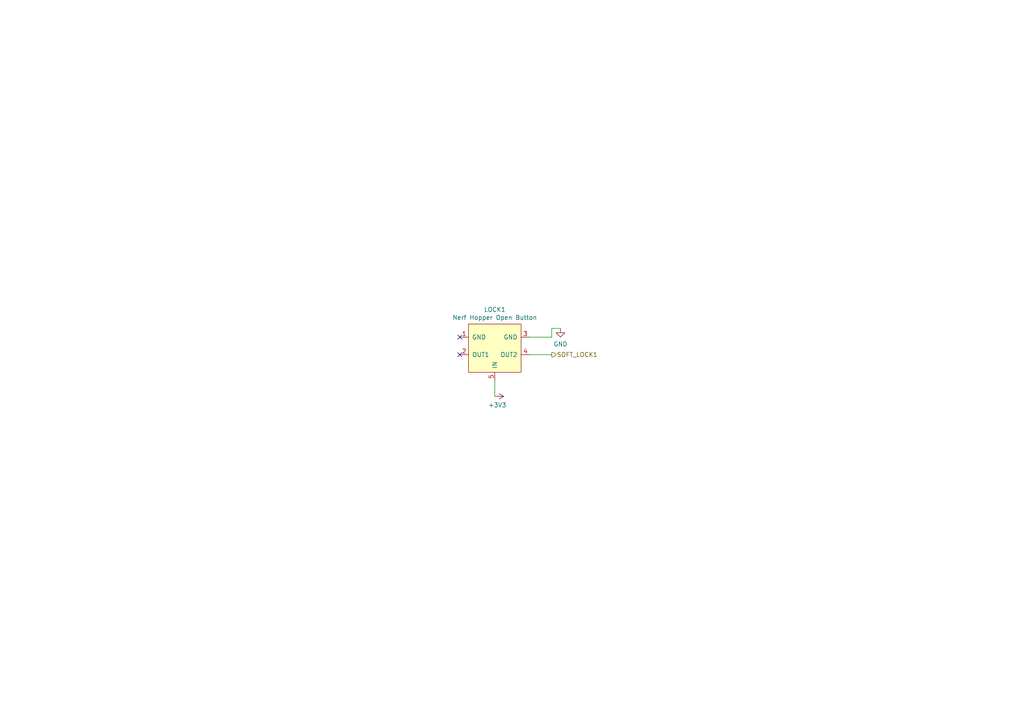
<source format=kicad_sch>
(kicad_sch (version 20211123) (generator eeschema)
  (paper "A4")
  (title_block (title "Nemesis Mod") (date "2021-12-08") (rev "v2.0") (company "https://github.com/jeff-winn/nemesis-mod") (comment 1 "For more information please visit the project website:"))
  (lib_symbols
    (symbol "Nemesis-Mod:Nerf_Hopper_Lock" (pin_names (offset 1.016))
      (property "Reference" "U" (at 0 7.62 0))
      (property "Value" "Nerf_Hopper_Lock" (at 0 10.16 0))
      (symbol "Nerf_Hopper_Lock_0_1"
        (rectangle (start -7.62 6.35) (end 7.62 -7.62) (fill (type background)))
      )
      (symbol "Nerf_Hopper_Lock_1_1"
        (pin power_in line (at -10.16 2.54 0) (length 2.54) (name "GND") (number "1"))
        (pin output line (at -10.16 -2.54 0) (length 2.54) (name "OUT1") (number "2"))
        (pin power_in line (at 10.16 2.54 180) (length 2.54) (name "GND") (number "3"))
        (pin output line (at 10.16 -2.54 180) (length 2.54) (name "OUT2") (number "4"))
        (pin power_in line (at 0 -10.16 90) (length 2.54) (name "IN") (number "5"))
      )
    )
    (symbol "power:+3.3V" (power) (pin_names (offset 0))
      (property "Value" "+3.3V" (at 0 3.556 0))
      (symbol "+3.3V_0_1"
        (polyline (pts (xy -0.762 1.27) (xy 0 2.54)))
        (polyline (pts (xy 0 0) (xy 0 2.54)))
        (polyline (pts (xy 0 2.54) (xy 0.762 1.27)))
      )
      (symbol "+3.3V_1_1"
        (pin power_in line (at 0 0 90) (length 0) hide (name "+3V3") (number "1"))
      )
    )
    (symbol "power:GND" (power) (pin_names (offset 0))
      (property "Value" "GND" (at 0 -3.81 0))
      (symbol "GND_0_1"
        (polyline (pts (xy 0 0) (xy 0 -1.27) (xy 1.27 -1.27) (xy 0 -2.54) (xy -1.27 -1.27) (xy 0 -1.27)))
      )
      (symbol "GND_1_1"
        (pin power_in line (at 0 0 270) (length 0) hide (name "GND") (number "1"))
      )
    )
  )
  (no_connect (at 133.35 102.87))
  (no_connect (at 133.35 97.79))
  (wire (pts (xy 153.67 97.79) (xy 160.02 97.79)))
  (wire (pts (xy 143.51 110.49) (xy 143.51 114.935)))
  (wire (pts (xy 160.02 97.79) (xy 160.02 95.25)))
  (wire (pts (xy 160.02 95.25) (xy 162.56 95.25)))
  (wire (pts (xy 153.67 102.87) (xy 160.02 102.87)))
  (hierarchical_label "SOFT_LOCK1" (shape output) (at 160.02 102.87 0))
  (symbol (lib_id "power:+3.3V") (at 143.51 114.935 270) (unit 1)
    (property "Reference" "#PWR0117" (effects hide))
    (property "Value" "+3.3V" (at 141.605 117.475 90) (effects (justify left)))
  )
  (symbol (lib_id "Nemesis-Mod:Nerf_Hopper_Lock") (at 143.51 100.33 0) (unit 1)
    (property "Reference" "LOCK1" (at 143.51 89.789 0))
    (property "Value" "Nerf Hopper Open Button" (at 143.51 92.1004 0))
  )
  (symbol (lib_id "power:GND") (at 162.56 95.25 0) (unit 1)
    (property "Reference" "#PWR0115" (effects hide))
    (property "Value" "GND" (at 162.56 99.8125 0))
  )
)
</source>
